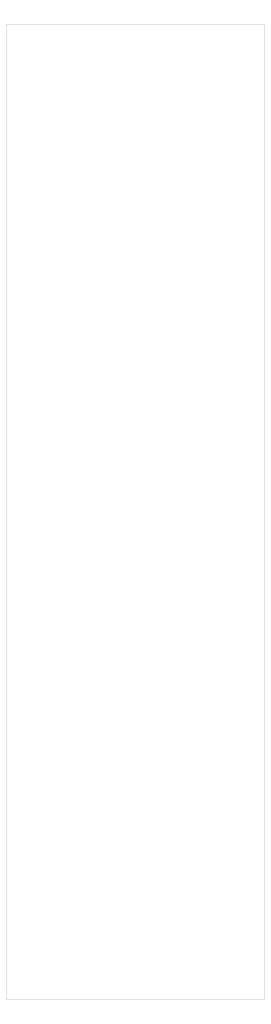
<source format=gbr>
%TF.GenerationSoftware,KiCad,Pcbnew,(5.1.10-1-10_14)*%
%TF.CreationDate,2021-07-31T10:33:50-04:00*%
%TF.ProjectId,bus,6275732e-6b69-4636-9164-5f7063625858,rev?*%
%TF.SameCoordinates,Original*%
%TF.FileFunction,Profile,NP*%
%FSLAX46Y46*%
G04 Gerber Fmt 4.6, Leading zero omitted, Abs format (unit mm)*
G04 Created by KiCad (PCBNEW (5.1.10-1-10_14)) date 2021-07-31 10:33:50*
%MOMM*%
%LPD*%
G01*
G04 APERTURE LIST*
%TA.AperFunction,Profile*%
%ADD10C,0.050000*%
%TD*%
G04 APERTURE END LIST*
D10*
X92964000Y105410000D02*
X92964000Y44958000D01*
X193802000Y44958000D02*
X193802000Y105410000D01*
X193802000Y-274574000D02*
X193802000Y44958000D01*
X92964000Y44958000D02*
X92964000Y-274574000D01*
X193802000Y105410000D02*
X92964000Y105410000D01*
X92964000Y-274574000D02*
X193802000Y-274574000D01*
M02*

</source>
